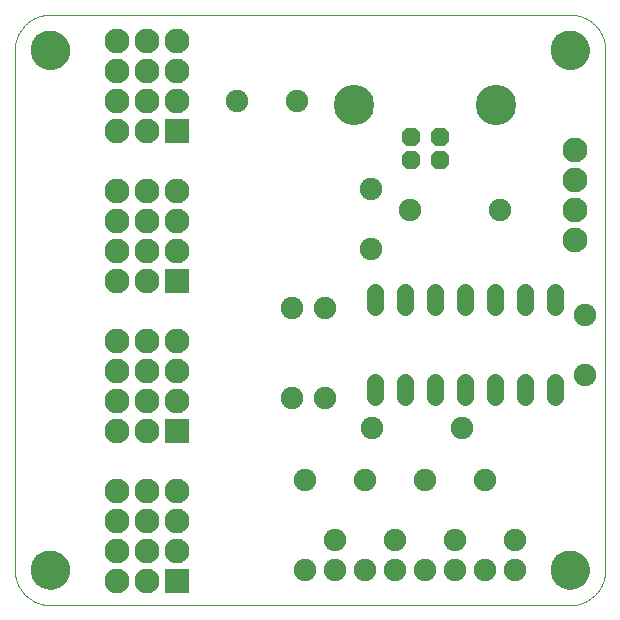
<source format=gbs>
G75*
%MOIN*%
%OFA0B0*%
%FSLAX25Y25*%
%IPPOS*%
%LPD*%
%AMOC8*
5,1,8,0,0,1.08239X$1,22.5*
%
%ADD10C,0.00000*%
%ADD11C,0.12998*%
%ADD12C,0.07487*%
%ADD13C,0.05600*%
%ADD14OC8,0.06140*%
%ADD15C,0.13455*%
%ADD16C,0.08274*%
%ADD17R,0.08274X0.08274*%
D10*
X0004740Y0016551D02*
X0004740Y0189780D01*
X0010252Y0189780D02*
X0010254Y0189938D01*
X0010260Y0190096D01*
X0010270Y0190254D01*
X0010284Y0190412D01*
X0010302Y0190569D01*
X0010323Y0190726D01*
X0010349Y0190882D01*
X0010379Y0191038D01*
X0010412Y0191193D01*
X0010450Y0191346D01*
X0010491Y0191499D01*
X0010536Y0191651D01*
X0010585Y0191802D01*
X0010638Y0191951D01*
X0010694Y0192099D01*
X0010754Y0192245D01*
X0010818Y0192390D01*
X0010886Y0192533D01*
X0010957Y0192675D01*
X0011031Y0192815D01*
X0011109Y0192952D01*
X0011191Y0193088D01*
X0011275Y0193222D01*
X0011364Y0193353D01*
X0011455Y0193482D01*
X0011550Y0193609D01*
X0011647Y0193734D01*
X0011748Y0193856D01*
X0011852Y0193975D01*
X0011959Y0194092D01*
X0012069Y0194206D01*
X0012182Y0194317D01*
X0012297Y0194426D01*
X0012415Y0194531D01*
X0012536Y0194633D01*
X0012659Y0194733D01*
X0012785Y0194829D01*
X0012913Y0194922D01*
X0013043Y0195012D01*
X0013176Y0195098D01*
X0013311Y0195182D01*
X0013447Y0195261D01*
X0013586Y0195338D01*
X0013727Y0195410D01*
X0013869Y0195480D01*
X0014013Y0195545D01*
X0014159Y0195607D01*
X0014306Y0195665D01*
X0014455Y0195720D01*
X0014605Y0195771D01*
X0014756Y0195818D01*
X0014908Y0195861D01*
X0015061Y0195900D01*
X0015216Y0195936D01*
X0015371Y0195967D01*
X0015527Y0195995D01*
X0015683Y0196019D01*
X0015840Y0196039D01*
X0015998Y0196055D01*
X0016155Y0196067D01*
X0016314Y0196075D01*
X0016472Y0196079D01*
X0016630Y0196079D01*
X0016788Y0196075D01*
X0016947Y0196067D01*
X0017104Y0196055D01*
X0017262Y0196039D01*
X0017419Y0196019D01*
X0017575Y0195995D01*
X0017731Y0195967D01*
X0017886Y0195936D01*
X0018041Y0195900D01*
X0018194Y0195861D01*
X0018346Y0195818D01*
X0018497Y0195771D01*
X0018647Y0195720D01*
X0018796Y0195665D01*
X0018943Y0195607D01*
X0019089Y0195545D01*
X0019233Y0195480D01*
X0019375Y0195410D01*
X0019516Y0195338D01*
X0019655Y0195261D01*
X0019791Y0195182D01*
X0019926Y0195098D01*
X0020059Y0195012D01*
X0020189Y0194922D01*
X0020317Y0194829D01*
X0020443Y0194733D01*
X0020566Y0194633D01*
X0020687Y0194531D01*
X0020805Y0194426D01*
X0020920Y0194317D01*
X0021033Y0194206D01*
X0021143Y0194092D01*
X0021250Y0193975D01*
X0021354Y0193856D01*
X0021455Y0193734D01*
X0021552Y0193609D01*
X0021647Y0193482D01*
X0021738Y0193353D01*
X0021827Y0193222D01*
X0021911Y0193088D01*
X0021993Y0192952D01*
X0022071Y0192815D01*
X0022145Y0192675D01*
X0022216Y0192533D01*
X0022284Y0192390D01*
X0022348Y0192245D01*
X0022408Y0192099D01*
X0022464Y0191951D01*
X0022517Y0191802D01*
X0022566Y0191651D01*
X0022611Y0191499D01*
X0022652Y0191346D01*
X0022690Y0191193D01*
X0022723Y0191038D01*
X0022753Y0190882D01*
X0022779Y0190726D01*
X0022800Y0190569D01*
X0022818Y0190412D01*
X0022832Y0190254D01*
X0022842Y0190096D01*
X0022848Y0189938D01*
X0022850Y0189780D01*
X0022848Y0189622D01*
X0022842Y0189464D01*
X0022832Y0189306D01*
X0022818Y0189148D01*
X0022800Y0188991D01*
X0022779Y0188834D01*
X0022753Y0188678D01*
X0022723Y0188522D01*
X0022690Y0188367D01*
X0022652Y0188214D01*
X0022611Y0188061D01*
X0022566Y0187909D01*
X0022517Y0187758D01*
X0022464Y0187609D01*
X0022408Y0187461D01*
X0022348Y0187315D01*
X0022284Y0187170D01*
X0022216Y0187027D01*
X0022145Y0186885D01*
X0022071Y0186745D01*
X0021993Y0186608D01*
X0021911Y0186472D01*
X0021827Y0186338D01*
X0021738Y0186207D01*
X0021647Y0186078D01*
X0021552Y0185951D01*
X0021455Y0185826D01*
X0021354Y0185704D01*
X0021250Y0185585D01*
X0021143Y0185468D01*
X0021033Y0185354D01*
X0020920Y0185243D01*
X0020805Y0185134D01*
X0020687Y0185029D01*
X0020566Y0184927D01*
X0020443Y0184827D01*
X0020317Y0184731D01*
X0020189Y0184638D01*
X0020059Y0184548D01*
X0019926Y0184462D01*
X0019791Y0184378D01*
X0019655Y0184299D01*
X0019516Y0184222D01*
X0019375Y0184150D01*
X0019233Y0184080D01*
X0019089Y0184015D01*
X0018943Y0183953D01*
X0018796Y0183895D01*
X0018647Y0183840D01*
X0018497Y0183789D01*
X0018346Y0183742D01*
X0018194Y0183699D01*
X0018041Y0183660D01*
X0017886Y0183624D01*
X0017731Y0183593D01*
X0017575Y0183565D01*
X0017419Y0183541D01*
X0017262Y0183521D01*
X0017104Y0183505D01*
X0016947Y0183493D01*
X0016788Y0183485D01*
X0016630Y0183481D01*
X0016472Y0183481D01*
X0016314Y0183485D01*
X0016155Y0183493D01*
X0015998Y0183505D01*
X0015840Y0183521D01*
X0015683Y0183541D01*
X0015527Y0183565D01*
X0015371Y0183593D01*
X0015216Y0183624D01*
X0015061Y0183660D01*
X0014908Y0183699D01*
X0014756Y0183742D01*
X0014605Y0183789D01*
X0014455Y0183840D01*
X0014306Y0183895D01*
X0014159Y0183953D01*
X0014013Y0184015D01*
X0013869Y0184080D01*
X0013727Y0184150D01*
X0013586Y0184222D01*
X0013447Y0184299D01*
X0013311Y0184378D01*
X0013176Y0184462D01*
X0013043Y0184548D01*
X0012913Y0184638D01*
X0012785Y0184731D01*
X0012659Y0184827D01*
X0012536Y0184927D01*
X0012415Y0185029D01*
X0012297Y0185134D01*
X0012182Y0185243D01*
X0012069Y0185354D01*
X0011959Y0185468D01*
X0011852Y0185585D01*
X0011748Y0185704D01*
X0011647Y0185826D01*
X0011550Y0185951D01*
X0011455Y0186078D01*
X0011364Y0186207D01*
X0011275Y0186338D01*
X0011191Y0186472D01*
X0011109Y0186608D01*
X0011031Y0186745D01*
X0010957Y0186885D01*
X0010886Y0187027D01*
X0010818Y0187170D01*
X0010754Y0187315D01*
X0010694Y0187461D01*
X0010638Y0187609D01*
X0010585Y0187758D01*
X0010536Y0187909D01*
X0010491Y0188061D01*
X0010450Y0188214D01*
X0010412Y0188367D01*
X0010379Y0188522D01*
X0010349Y0188678D01*
X0010323Y0188834D01*
X0010302Y0188991D01*
X0010284Y0189148D01*
X0010270Y0189306D01*
X0010260Y0189464D01*
X0010254Y0189622D01*
X0010252Y0189780D01*
X0004740Y0189780D02*
X0004743Y0190065D01*
X0004754Y0190351D01*
X0004771Y0190636D01*
X0004795Y0190920D01*
X0004826Y0191204D01*
X0004864Y0191487D01*
X0004909Y0191768D01*
X0004960Y0192049D01*
X0005018Y0192329D01*
X0005083Y0192607D01*
X0005155Y0192883D01*
X0005233Y0193157D01*
X0005318Y0193430D01*
X0005410Y0193700D01*
X0005508Y0193968D01*
X0005612Y0194234D01*
X0005723Y0194497D01*
X0005840Y0194757D01*
X0005963Y0195015D01*
X0006093Y0195269D01*
X0006229Y0195520D01*
X0006370Y0195768D01*
X0006518Y0196012D01*
X0006671Y0196253D01*
X0006831Y0196489D01*
X0006996Y0196722D01*
X0007166Y0196951D01*
X0007342Y0197176D01*
X0007524Y0197396D01*
X0007710Y0197612D01*
X0007902Y0197823D01*
X0008099Y0198030D01*
X0008301Y0198232D01*
X0008508Y0198429D01*
X0008719Y0198621D01*
X0008935Y0198807D01*
X0009155Y0198989D01*
X0009380Y0199165D01*
X0009609Y0199335D01*
X0009842Y0199500D01*
X0010078Y0199660D01*
X0010319Y0199813D01*
X0010563Y0199961D01*
X0010811Y0200102D01*
X0011062Y0200238D01*
X0011316Y0200368D01*
X0011574Y0200491D01*
X0011834Y0200608D01*
X0012097Y0200719D01*
X0012363Y0200823D01*
X0012631Y0200921D01*
X0012901Y0201013D01*
X0013174Y0201098D01*
X0013448Y0201176D01*
X0013724Y0201248D01*
X0014002Y0201313D01*
X0014282Y0201371D01*
X0014563Y0201422D01*
X0014844Y0201467D01*
X0015127Y0201505D01*
X0015411Y0201536D01*
X0015695Y0201560D01*
X0015980Y0201577D01*
X0016266Y0201588D01*
X0016551Y0201591D01*
X0189780Y0201591D01*
X0183481Y0189780D02*
X0183483Y0189938D01*
X0183489Y0190096D01*
X0183499Y0190254D01*
X0183513Y0190412D01*
X0183531Y0190569D01*
X0183552Y0190726D01*
X0183578Y0190882D01*
X0183608Y0191038D01*
X0183641Y0191193D01*
X0183679Y0191346D01*
X0183720Y0191499D01*
X0183765Y0191651D01*
X0183814Y0191802D01*
X0183867Y0191951D01*
X0183923Y0192099D01*
X0183983Y0192245D01*
X0184047Y0192390D01*
X0184115Y0192533D01*
X0184186Y0192675D01*
X0184260Y0192815D01*
X0184338Y0192952D01*
X0184420Y0193088D01*
X0184504Y0193222D01*
X0184593Y0193353D01*
X0184684Y0193482D01*
X0184779Y0193609D01*
X0184876Y0193734D01*
X0184977Y0193856D01*
X0185081Y0193975D01*
X0185188Y0194092D01*
X0185298Y0194206D01*
X0185411Y0194317D01*
X0185526Y0194426D01*
X0185644Y0194531D01*
X0185765Y0194633D01*
X0185888Y0194733D01*
X0186014Y0194829D01*
X0186142Y0194922D01*
X0186272Y0195012D01*
X0186405Y0195098D01*
X0186540Y0195182D01*
X0186676Y0195261D01*
X0186815Y0195338D01*
X0186956Y0195410D01*
X0187098Y0195480D01*
X0187242Y0195545D01*
X0187388Y0195607D01*
X0187535Y0195665D01*
X0187684Y0195720D01*
X0187834Y0195771D01*
X0187985Y0195818D01*
X0188137Y0195861D01*
X0188290Y0195900D01*
X0188445Y0195936D01*
X0188600Y0195967D01*
X0188756Y0195995D01*
X0188912Y0196019D01*
X0189069Y0196039D01*
X0189227Y0196055D01*
X0189384Y0196067D01*
X0189543Y0196075D01*
X0189701Y0196079D01*
X0189859Y0196079D01*
X0190017Y0196075D01*
X0190176Y0196067D01*
X0190333Y0196055D01*
X0190491Y0196039D01*
X0190648Y0196019D01*
X0190804Y0195995D01*
X0190960Y0195967D01*
X0191115Y0195936D01*
X0191270Y0195900D01*
X0191423Y0195861D01*
X0191575Y0195818D01*
X0191726Y0195771D01*
X0191876Y0195720D01*
X0192025Y0195665D01*
X0192172Y0195607D01*
X0192318Y0195545D01*
X0192462Y0195480D01*
X0192604Y0195410D01*
X0192745Y0195338D01*
X0192884Y0195261D01*
X0193020Y0195182D01*
X0193155Y0195098D01*
X0193288Y0195012D01*
X0193418Y0194922D01*
X0193546Y0194829D01*
X0193672Y0194733D01*
X0193795Y0194633D01*
X0193916Y0194531D01*
X0194034Y0194426D01*
X0194149Y0194317D01*
X0194262Y0194206D01*
X0194372Y0194092D01*
X0194479Y0193975D01*
X0194583Y0193856D01*
X0194684Y0193734D01*
X0194781Y0193609D01*
X0194876Y0193482D01*
X0194967Y0193353D01*
X0195056Y0193222D01*
X0195140Y0193088D01*
X0195222Y0192952D01*
X0195300Y0192815D01*
X0195374Y0192675D01*
X0195445Y0192533D01*
X0195513Y0192390D01*
X0195577Y0192245D01*
X0195637Y0192099D01*
X0195693Y0191951D01*
X0195746Y0191802D01*
X0195795Y0191651D01*
X0195840Y0191499D01*
X0195881Y0191346D01*
X0195919Y0191193D01*
X0195952Y0191038D01*
X0195982Y0190882D01*
X0196008Y0190726D01*
X0196029Y0190569D01*
X0196047Y0190412D01*
X0196061Y0190254D01*
X0196071Y0190096D01*
X0196077Y0189938D01*
X0196079Y0189780D01*
X0196077Y0189622D01*
X0196071Y0189464D01*
X0196061Y0189306D01*
X0196047Y0189148D01*
X0196029Y0188991D01*
X0196008Y0188834D01*
X0195982Y0188678D01*
X0195952Y0188522D01*
X0195919Y0188367D01*
X0195881Y0188214D01*
X0195840Y0188061D01*
X0195795Y0187909D01*
X0195746Y0187758D01*
X0195693Y0187609D01*
X0195637Y0187461D01*
X0195577Y0187315D01*
X0195513Y0187170D01*
X0195445Y0187027D01*
X0195374Y0186885D01*
X0195300Y0186745D01*
X0195222Y0186608D01*
X0195140Y0186472D01*
X0195056Y0186338D01*
X0194967Y0186207D01*
X0194876Y0186078D01*
X0194781Y0185951D01*
X0194684Y0185826D01*
X0194583Y0185704D01*
X0194479Y0185585D01*
X0194372Y0185468D01*
X0194262Y0185354D01*
X0194149Y0185243D01*
X0194034Y0185134D01*
X0193916Y0185029D01*
X0193795Y0184927D01*
X0193672Y0184827D01*
X0193546Y0184731D01*
X0193418Y0184638D01*
X0193288Y0184548D01*
X0193155Y0184462D01*
X0193020Y0184378D01*
X0192884Y0184299D01*
X0192745Y0184222D01*
X0192604Y0184150D01*
X0192462Y0184080D01*
X0192318Y0184015D01*
X0192172Y0183953D01*
X0192025Y0183895D01*
X0191876Y0183840D01*
X0191726Y0183789D01*
X0191575Y0183742D01*
X0191423Y0183699D01*
X0191270Y0183660D01*
X0191115Y0183624D01*
X0190960Y0183593D01*
X0190804Y0183565D01*
X0190648Y0183541D01*
X0190491Y0183521D01*
X0190333Y0183505D01*
X0190176Y0183493D01*
X0190017Y0183485D01*
X0189859Y0183481D01*
X0189701Y0183481D01*
X0189543Y0183485D01*
X0189384Y0183493D01*
X0189227Y0183505D01*
X0189069Y0183521D01*
X0188912Y0183541D01*
X0188756Y0183565D01*
X0188600Y0183593D01*
X0188445Y0183624D01*
X0188290Y0183660D01*
X0188137Y0183699D01*
X0187985Y0183742D01*
X0187834Y0183789D01*
X0187684Y0183840D01*
X0187535Y0183895D01*
X0187388Y0183953D01*
X0187242Y0184015D01*
X0187098Y0184080D01*
X0186956Y0184150D01*
X0186815Y0184222D01*
X0186676Y0184299D01*
X0186540Y0184378D01*
X0186405Y0184462D01*
X0186272Y0184548D01*
X0186142Y0184638D01*
X0186014Y0184731D01*
X0185888Y0184827D01*
X0185765Y0184927D01*
X0185644Y0185029D01*
X0185526Y0185134D01*
X0185411Y0185243D01*
X0185298Y0185354D01*
X0185188Y0185468D01*
X0185081Y0185585D01*
X0184977Y0185704D01*
X0184876Y0185826D01*
X0184779Y0185951D01*
X0184684Y0186078D01*
X0184593Y0186207D01*
X0184504Y0186338D01*
X0184420Y0186472D01*
X0184338Y0186608D01*
X0184260Y0186745D01*
X0184186Y0186885D01*
X0184115Y0187027D01*
X0184047Y0187170D01*
X0183983Y0187315D01*
X0183923Y0187461D01*
X0183867Y0187609D01*
X0183814Y0187758D01*
X0183765Y0187909D01*
X0183720Y0188061D01*
X0183679Y0188214D01*
X0183641Y0188367D01*
X0183608Y0188522D01*
X0183578Y0188678D01*
X0183552Y0188834D01*
X0183531Y0188991D01*
X0183513Y0189148D01*
X0183499Y0189306D01*
X0183489Y0189464D01*
X0183483Y0189622D01*
X0183481Y0189780D01*
X0189780Y0201591D02*
X0190065Y0201588D01*
X0190351Y0201577D01*
X0190636Y0201560D01*
X0190920Y0201536D01*
X0191204Y0201505D01*
X0191487Y0201467D01*
X0191768Y0201422D01*
X0192049Y0201371D01*
X0192329Y0201313D01*
X0192607Y0201248D01*
X0192883Y0201176D01*
X0193157Y0201098D01*
X0193430Y0201013D01*
X0193700Y0200921D01*
X0193968Y0200823D01*
X0194234Y0200719D01*
X0194497Y0200608D01*
X0194757Y0200491D01*
X0195015Y0200368D01*
X0195269Y0200238D01*
X0195520Y0200102D01*
X0195768Y0199961D01*
X0196012Y0199813D01*
X0196253Y0199660D01*
X0196489Y0199500D01*
X0196722Y0199335D01*
X0196951Y0199165D01*
X0197176Y0198989D01*
X0197396Y0198807D01*
X0197612Y0198621D01*
X0197823Y0198429D01*
X0198030Y0198232D01*
X0198232Y0198030D01*
X0198429Y0197823D01*
X0198621Y0197612D01*
X0198807Y0197396D01*
X0198989Y0197176D01*
X0199165Y0196951D01*
X0199335Y0196722D01*
X0199500Y0196489D01*
X0199660Y0196253D01*
X0199813Y0196012D01*
X0199961Y0195768D01*
X0200102Y0195520D01*
X0200238Y0195269D01*
X0200368Y0195015D01*
X0200491Y0194757D01*
X0200608Y0194497D01*
X0200719Y0194234D01*
X0200823Y0193968D01*
X0200921Y0193700D01*
X0201013Y0193430D01*
X0201098Y0193157D01*
X0201176Y0192883D01*
X0201248Y0192607D01*
X0201313Y0192329D01*
X0201371Y0192049D01*
X0201422Y0191768D01*
X0201467Y0191487D01*
X0201505Y0191204D01*
X0201536Y0190920D01*
X0201560Y0190636D01*
X0201577Y0190351D01*
X0201588Y0190065D01*
X0201591Y0189780D01*
X0201591Y0016551D01*
X0183481Y0016551D02*
X0183483Y0016709D01*
X0183489Y0016867D01*
X0183499Y0017025D01*
X0183513Y0017183D01*
X0183531Y0017340D01*
X0183552Y0017497D01*
X0183578Y0017653D01*
X0183608Y0017809D01*
X0183641Y0017964D01*
X0183679Y0018117D01*
X0183720Y0018270D01*
X0183765Y0018422D01*
X0183814Y0018573D01*
X0183867Y0018722D01*
X0183923Y0018870D01*
X0183983Y0019016D01*
X0184047Y0019161D01*
X0184115Y0019304D01*
X0184186Y0019446D01*
X0184260Y0019586D01*
X0184338Y0019723D01*
X0184420Y0019859D01*
X0184504Y0019993D01*
X0184593Y0020124D01*
X0184684Y0020253D01*
X0184779Y0020380D01*
X0184876Y0020505D01*
X0184977Y0020627D01*
X0185081Y0020746D01*
X0185188Y0020863D01*
X0185298Y0020977D01*
X0185411Y0021088D01*
X0185526Y0021197D01*
X0185644Y0021302D01*
X0185765Y0021404D01*
X0185888Y0021504D01*
X0186014Y0021600D01*
X0186142Y0021693D01*
X0186272Y0021783D01*
X0186405Y0021869D01*
X0186540Y0021953D01*
X0186676Y0022032D01*
X0186815Y0022109D01*
X0186956Y0022181D01*
X0187098Y0022251D01*
X0187242Y0022316D01*
X0187388Y0022378D01*
X0187535Y0022436D01*
X0187684Y0022491D01*
X0187834Y0022542D01*
X0187985Y0022589D01*
X0188137Y0022632D01*
X0188290Y0022671D01*
X0188445Y0022707D01*
X0188600Y0022738D01*
X0188756Y0022766D01*
X0188912Y0022790D01*
X0189069Y0022810D01*
X0189227Y0022826D01*
X0189384Y0022838D01*
X0189543Y0022846D01*
X0189701Y0022850D01*
X0189859Y0022850D01*
X0190017Y0022846D01*
X0190176Y0022838D01*
X0190333Y0022826D01*
X0190491Y0022810D01*
X0190648Y0022790D01*
X0190804Y0022766D01*
X0190960Y0022738D01*
X0191115Y0022707D01*
X0191270Y0022671D01*
X0191423Y0022632D01*
X0191575Y0022589D01*
X0191726Y0022542D01*
X0191876Y0022491D01*
X0192025Y0022436D01*
X0192172Y0022378D01*
X0192318Y0022316D01*
X0192462Y0022251D01*
X0192604Y0022181D01*
X0192745Y0022109D01*
X0192884Y0022032D01*
X0193020Y0021953D01*
X0193155Y0021869D01*
X0193288Y0021783D01*
X0193418Y0021693D01*
X0193546Y0021600D01*
X0193672Y0021504D01*
X0193795Y0021404D01*
X0193916Y0021302D01*
X0194034Y0021197D01*
X0194149Y0021088D01*
X0194262Y0020977D01*
X0194372Y0020863D01*
X0194479Y0020746D01*
X0194583Y0020627D01*
X0194684Y0020505D01*
X0194781Y0020380D01*
X0194876Y0020253D01*
X0194967Y0020124D01*
X0195056Y0019993D01*
X0195140Y0019859D01*
X0195222Y0019723D01*
X0195300Y0019586D01*
X0195374Y0019446D01*
X0195445Y0019304D01*
X0195513Y0019161D01*
X0195577Y0019016D01*
X0195637Y0018870D01*
X0195693Y0018722D01*
X0195746Y0018573D01*
X0195795Y0018422D01*
X0195840Y0018270D01*
X0195881Y0018117D01*
X0195919Y0017964D01*
X0195952Y0017809D01*
X0195982Y0017653D01*
X0196008Y0017497D01*
X0196029Y0017340D01*
X0196047Y0017183D01*
X0196061Y0017025D01*
X0196071Y0016867D01*
X0196077Y0016709D01*
X0196079Y0016551D01*
X0196077Y0016393D01*
X0196071Y0016235D01*
X0196061Y0016077D01*
X0196047Y0015919D01*
X0196029Y0015762D01*
X0196008Y0015605D01*
X0195982Y0015449D01*
X0195952Y0015293D01*
X0195919Y0015138D01*
X0195881Y0014985D01*
X0195840Y0014832D01*
X0195795Y0014680D01*
X0195746Y0014529D01*
X0195693Y0014380D01*
X0195637Y0014232D01*
X0195577Y0014086D01*
X0195513Y0013941D01*
X0195445Y0013798D01*
X0195374Y0013656D01*
X0195300Y0013516D01*
X0195222Y0013379D01*
X0195140Y0013243D01*
X0195056Y0013109D01*
X0194967Y0012978D01*
X0194876Y0012849D01*
X0194781Y0012722D01*
X0194684Y0012597D01*
X0194583Y0012475D01*
X0194479Y0012356D01*
X0194372Y0012239D01*
X0194262Y0012125D01*
X0194149Y0012014D01*
X0194034Y0011905D01*
X0193916Y0011800D01*
X0193795Y0011698D01*
X0193672Y0011598D01*
X0193546Y0011502D01*
X0193418Y0011409D01*
X0193288Y0011319D01*
X0193155Y0011233D01*
X0193020Y0011149D01*
X0192884Y0011070D01*
X0192745Y0010993D01*
X0192604Y0010921D01*
X0192462Y0010851D01*
X0192318Y0010786D01*
X0192172Y0010724D01*
X0192025Y0010666D01*
X0191876Y0010611D01*
X0191726Y0010560D01*
X0191575Y0010513D01*
X0191423Y0010470D01*
X0191270Y0010431D01*
X0191115Y0010395D01*
X0190960Y0010364D01*
X0190804Y0010336D01*
X0190648Y0010312D01*
X0190491Y0010292D01*
X0190333Y0010276D01*
X0190176Y0010264D01*
X0190017Y0010256D01*
X0189859Y0010252D01*
X0189701Y0010252D01*
X0189543Y0010256D01*
X0189384Y0010264D01*
X0189227Y0010276D01*
X0189069Y0010292D01*
X0188912Y0010312D01*
X0188756Y0010336D01*
X0188600Y0010364D01*
X0188445Y0010395D01*
X0188290Y0010431D01*
X0188137Y0010470D01*
X0187985Y0010513D01*
X0187834Y0010560D01*
X0187684Y0010611D01*
X0187535Y0010666D01*
X0187388Y0010724D01*
X0187242Y0010786D01*
X0187098Y0010851D01*
X0186956Y0010921D01*
X0186815Y0010993D01*
X0186676Y0011070D01*
X0186540Y0011149D01*
X0186405Y0011233D01*
X0186272Y0011319D01*
X0186142Y0011409D01*
X0186014Y0011502D01*
X0185888Y0011598D01*
X0185765Y0011698D01*
X0185644Y0011800D01*
X0185526Y0011905D01*
X0185411Y0012014D01*
X0185298Y0012125D01*
X0185188Y0012239D01*
X0185081Y0012356D01*
X0184977Y0012475D01*
X0184876Y0012597D01*
X0184779Y0012722D01*
X0184684Y0012849D01*
X0184593Y0012978D01*
X0184504Y0013109D01*
X0184420Y0013243D01*
X0184338Y0013379D01*
X0184260Y0013516D01*
X0184186Y0013656D01*
X0184115Y0013798D01*
X0184047Y0013941D01*
X0183983Y0014086D01*
X0183923Y0014232D01*
X0183867Y0014380D01*
X0183814Y0014529D01*
X0183765Y0014680D01*
X0183720Y0014832D01*
X0183679Y0014985D01*
X0183641Y0015138D01*
X0183608Y0015293D01*
X0183578Y0015449D01*
X0183552Y0015605D01*
X0183531Y0015762D01*
X0183513Y0015919D01*
X0183499Y0016077D01*
X0183489Y0016235D01*
X0183483Y0016393D01*
X0183481Y0016551D01*
X0189780Y0004740D02*
X0190065Y0004743D01*
X0190351Y0004754D01*
X0190636Y0004771D01*
X0190920Y0004795D01*
X0191204Y0004826D01*
X0191487Y0004864D01*
X0191768Y0004909D01*
X0192049Y0004960D01*
X0192329Y0005018D01*
X0192607Y0005083D01*
X0192883Y0005155D01*
X0193157Y0005233D01*
X0193430Y0005318D01*
X0193700Y0005410D01*
X0193968Y0005508D01*
X0194234Y0005612D01*
X0194497Y0005723D01*
X0194757Y0005840D01*
X0195015Y0005963D01*
X0195269Y0006093D01*
X0195520Y0006229D01*
X0195768Y0006370D01*
X0196012Y0006518D01*
X0196253Y0006671D01*
X0196489Y0006831D01*
X0196722Y0006996D01*
X0196951Y0007166D01*
X0197176Y0007342D01*
X0197396Y0007524D01*
X0197612Y0007710D01*
X0197823Y0007902D01*
X0198030Y0008099D01*
X0198232Y0008301D01*
X0198429Y0008508D01*
X0198621Y0008719D01*
X0198807Y0008935D01*
X0198989Y0009155D01*
X0199165Y0009380D01*
X0199335Y0009609D01*
X0199500Y0009842D01*
X0199660Y0010078D01*
X0199813Y0010319D01*
X0199961Y0010563D01*
X0200102Y0010811D01*
X0200238Y0011062D01*
X0200368Y0011316D01*
X0200491Y0011574D01*
X0200608Y0011834D01*
X0200719Y0012097D01*
X0200823Y0012363D01*
X0200921Y0012631D01*
X0201013Y0012901D01*
X0201098Y0013174D01*
X0201176Y0013448D01*
X0201248Y0013724D01*
X0201313Y0014002D01*
X0201371Y0014282D01*
X0201422Y0014563D01*
X0201467Y0014844D01*
X0201505Y0015127D01*
X0201536Y0015411D01*
X0201560Y0015695D01*
X0201577Y0015980D01*
X0201588Y0016266D01*
X0201591Y0016551D01*
X0189780Y0004740D02*
X0016551Y0004740D01*
X0010252Y0016551D02*
X0010254Y0016709D01*
X0010260Y0016867D01*
X0010270Y0017025D01*
X0010284Y0017183D01*
X0010302Y0017340D01*
X0010323Y0017497D01*
X0010349Y0017653D01*
X0010379Y0017809D01*
X0010412Y0017964D01*
X0010450Y0018117D01*
X0010491Y0018270D01*
X0010536Y0018422D01*
X0010585Y0018573D01*
X0010638Y0018722D01*
X0010694Y0018870D01*
X0010754Y0019016D01*
X0010818Y0019161D01*
X0010886Y0019304D01*
X0010957Y0019446D01*
X0011031Y0019586D01*
X0011109Y0019723D01*
X0011191Y0019859D01*
X0011275Y0019993D01*
X0011364Y0020124D01*
X0011455Y0020253D01*
X0011550Y0020380D01*
X0011647Y0020505D01*
X0011748Y0020627D01*
X0011852Y0020746D01*
X0011959Y0020863D01*
X0012069Y0020977D01*
X0012182Y0021088D01*
X0012297Y0021197D01*
X0012415Y0021302D01*
X0012536Y0021404D01*
X0012659Y0021504D01*
X0012785Y0021600D01*
X0012913Y0021693D01*
X0013043Y0021783D01*
X0013176Y0021869D01*
X0013311Y0021953D01*
X0013447Y0022032D01*
X0013586Y0022109D01*
X0013727Y0022181D01*
X0013869Y0022251D01*
X0014013Y0022316D01*
X0014159Y0022378D01*
X0014306Y0022436D01*
X0014455Y0022491D01*
X0014605Y0022542D01*
X0014756Y0022589D01*
X0014908Y0022632D01*
X0015061Y0022671D01*
X0015216Y0022707D01*
X0015371Y0022738D01*
X0015527Y0022766D01*
X0015683Y0022790D01*
X0015840Y0022810D01*
X0015998Y0022826D01*
X0016155Y0022838D01*
X0016314Y0022846D01*
X0016472Y0022850D01*
X0016630Y0022850D01*
X0016788Y0022846D01*
X0016947Y0022838D01*
X0017104Y0022826D01*
X0017262Y0022810D01*
X0017419Y0022790D01*
X0017575Y0022766D01*
X0017731Y0022738D01*
X0017886Y0022707D01*
X0018041Y0022671D01*
X0018194Y0022632D01*
X0018346Y0022589D01*
X0018497Y0022542D01*
X0018647Y0022491D01*
X0018796Y0022436D01*
X0018943Y0022378D01*
X0019089Y0022316D01*
X0019233Y0022251D01*
X0019375Y0022181D01*
X0019516Y0022109D01*
X0019655Y0022032D01*
X0019791Y0021953D01*
X0019926Y0021869D01*
X0020059Y0021783D01*
X0020189Y0021693D01*
X0020317Y0021600D01*
X0020443Y0021504D01*
X0020566Y0021404D01*
X0020687Y0021302D01*
X0020805Y0021197D01*
X0020920Y0021088D01*
X0021033Y0020977D01*
X0021143Y0020863D01*
X0021250Y0020746D01*
X0021354Y0020627D01*
X0021455Y0020505D01*
X0021552Y0020380D01*
X0021647Y0020253D01*
X0021738Y0020124D01*
X0021827Y0019993D01*
X0021911Y0019859D01*
X0021993Y0019723D01*
X0022071Y0019586D01*
X0022145Y0019446D01*
X0022216Y0019304D01*
X0022284Y0019161D01*
X0022348Y0019016D01*
X0022408Y0018870D01*
X0022464Y0018722D01*
X0022517Y0018573D01*
X0022566Y0018422D01*
X0022611Y0018270D01*
X0022652Y0018117D01*
X0022690Y0017964D01*
X0022723Y0017809D01*
X0022753Y0017653D01*
X0022779Y0017497D01*
X0022800Y0017340D01*
X0022818Y0017183D01*
X0022832Y0017025D01*
X0022842Y0016867D01*
X0022848Y0016709D01*
X0022850Y0016551D01*
X0022848Y0016393D01*
X0022842Y0016235D01*
X0022832Y0016077D01*
X0022818Y0015919D01*
X0022800Y0015762D01*
X0022779Y0015605D01*
X0022753Y0015449D01*
X0022723Y0015293D01*
X0022690Y0015138D01*
X0022652Y0014985D01*
X0022611Y0014832D01*
X0022566Y0014680D01*
X0022517Y0014529D01*
X0022464Y0014380D01*
X0022408Y0014232D01*
X0022348Y0014086D01*
X0022284Y0013941D01*
X0022216Y0013798D01*
X0022145Y0013656D01*
X0022071Y0013516D01*
X0021993Y0013379D01*
X0021911Y0013243D01*
X0021827Y0013109D01*
X0021738Y0012978D01*
X0021647Y0012849D01*
X0021552Y0012722D01*
X0021455Y0012597D01*
X0021354Y0012475D01*
X0021250Y0012356D01*
X0021143Y0012239D01*
X0021033Y0012125D01*
X0020920Y0012014D01*
X0020805Y0011905D01*
X0020687Y0011800D01*
X0020566Y0011698D01*
X0020443Y0011598D01*
X0020317Y0011502D01*
X0020189Y0011409D01*
X0020059Y0011319D01*
X0019926Y0011233D01*
X0019791Y0011149D01*
X0019655Y0011070D01*
X0019516Y0010993D01*
X0019375Y0010921D01*
X0019233Y0010851D01*
X0019089Y0010786D01*
X0018943Y0010724D01*
X0018796Y0010666D01*
X0018647Y0010611D01*
X0018497Y0010560D01*
X0018346Y0010513D01*
X0018194Y0010470D01*
X0018041Y0010431D01*
X0017886Y0010395D01*
X0017731Y0010364D01*
X0017575Y0010336D01*
X0017419Y0010312D01*
X0017262Y0010292D01*
X0017104Y0010276D01*
X0016947Y0010264D01*
X0016788Y0010256D01*
X0016630Y0010252D01*
X0016472Y0010252D01*
X0016314Y0010256D01*
X0016155Y0010264D01*
X0015998Y0010276D01*
X0015840Y0010292D01*
X0015683Y0010312D01*
X0015527Y0010336D01*
X0015371Y0010364D01*
X0015216Y0010395D01*
X0015061Y0010431D01*
X0014908Y0010470D01*
X0014756Y0010513D01*
X0014605Y0010560D01*
X0014455Y0010611D01*
X0014306Y0010666D01*
X0014159Y0010724D01*
X0014013Y0010786D01*
X0013869Y0010851D01*
X0013727Y0010921D01*
X0013586Y0010993D01*
X0013447Y0011070D01*
X0013311Y0011149D01*
X0013176Y0011233D01*
X0013043Y0011319D01*
X0012913Y0011409D01*
X0012785Y0011502D01*
X0012659Y0011598D01*
X0012536Y0011698D01*
X0012415Y0011800D01*
X0012297Y0011905D01*
X0012182Y0012014D01*
X0012069Y0012125D01*
X0011959Y0012239D01*
X0011852Y0012356D01*
X0011748Y0012475D01*
X0011647Y0012597D01*
X0011550Y0012722D01*
X0011455Y0012849D01*
X0011364Y0012978D01*
X0011275Y0013109D01*
X0011191Y0013243D01*
X0011109Y0013379D01*
X0011031Y0013516D01*
X0010957Y0013656D01*
X0010886Y0013798D01*
X0010818Y0013941D01*
X0010754Y0014086D01*
X0010694Y0014232D01*
X0010638Y0014380D01*
X0010585Y0014529D01*
X0010536Y0014680D01*
X0010491Y0014832D01*
X0010450Y0014985D01*
X0010412Y0015138D01*
X0010379Y0015293D01*
X0010349Y0015449D01*
X0010323Y0015605D01*
X0010302Y0015762D01*
X0010284Y0015919D01*
X0010270Y0016077D01*
X0010260Y0016235D01*
X0010254Y0016393D01*
X0010252Y0016551D01*
X0004740Y0016551D02*
X0004743Y0016266D01*
X0004754Y0015980D01*
X0004771Y0015695D01*
X0004795Y0015411D01*
X0004826Y0015127D01*
X0004864Y0014844D01*
X0004909Y0014563D01*
X0004960Y0014282D01*
X0005018Y0014002D01*
X0005083Y0013724D01*
X0005155Y0013448D01*
X0005233Y0013174D01*
X0005318Y0012901D01*
X0005410Y0012631D01*
X0005508Y0012363D01*
X0005612Y0012097D01*
X0005723Y0011834D01*
X0005840Y0011574D01*
X0005963Y0011316D01*
X0006093Y0011062D01*
X0006229Y0010811D01*
X0006370Y0010563D01*
X0006518Y0010319D01*
X0006671Y0010078D01*
X0006831Y0009842D01*
X0006996Y0009609D01*
X0007166Y0009380D01*
X0007342Y0009155D01*
X0007524Y0008935D01*
X0007710Y0008719D01*
X0007902Y0008508D01*
X0008099Y0008301D01*
X0008301Y0008099D01*
X0008508Y0007902D01*
X0008719Y0007710D01*
X0008935Y0007524D01*
X0009155Y0007342D01*
X0009380Y0007166D01*
X0009609Y0006996D01*
X0009842Y0006831D01*
X0010078Y0006671D01*
X0010319Y0006518D01*
X0010563Y0006370D01*
X0010811Y0006229D01*
X0011062Y0006093D01*
X0011316Y0005963D01*
X0011574Y0005840D01*
X0011834Y0005723D01*
X0012097Y0005612D01*
X0012363Y0005508D01*
X0012631Y0005410D01*
X0012901Y0005318D01*
X0013174Y0005233D01*
X0013448Y0005155D01*
X0013724Y0005083D01*
X0014002Y0005018D01*
X0014282Y0004960D01*
X0014563Y0004909D01*
X0014844Y0004864D01*
X0015127Y0004826D01*
X0015411Y0004795D01*
X0015695Y0004771D01*
X0015980Y0004754D01*
X0016266Y0004743D01*
X0016551Y0004740D01*
D11*
X0016551Y0016551D03*
X0016551Y0189780D03*
X0189780Y0189780D03*
X0189780Y0016551D03*
D12*
X0171591Y0016591D03*
X0171591Y0026591D03*
X0161591Y0016591D03*
X0151591Y0016591D03*
X0141591Y0016591D03*
X0131591Y0016591D03*
X0131591Y0026591D03*
X0121591Y0016591D03*
X0111591Y0016591D03*
X0111591Y0026591D03*
X0101591Y0016591D03*
X0101591Y0046591D03*
X0121591Y0046591D03*
X0123953Y0063953D03*
X0108028Y0073953D03*
X0097240Y0073953D03*
X0097240Y0103953D03*
X0108028Y0103953D03*
X0123591Y0123591D03*
X0136591Y0136591D03*
X0123591Y0143591D03*
X0098740Y0172740D03*
X0078740Y0172740D03*
X0166591Y0136591D03*
X0194740Y0101591D03*
X0194740Y0081591D03*
X0161591Y0046591D03*
X0153953Y0063953D03*
X0141591Y0046591D03*
X0151591Y0026591D03*
D13*
X0154740Y0073991D02*
X0154740Y0079191D01*
X0144740Y0079191D02*
X0144740Y0073991D01*
X0134740Y0073991D02*
X0134740Y0079191D01*
X0124740Y0079191D02*
X0124740Y0073991D01*
X0124740Y0103991D02*
X0124740Y0109191D01*
X0134740Y0109191D02*
X0134740Y0103991D01*
X0144740Y0103991D02*
X0144740Y0109191D01*
X0154740Y0109191D02*
X0154740Y0103991D01*
X0164740Y0103991D02*
X0164740Y0109191D01*
X0174740Y0109191D02*
X0174740Y0103991D01*
X0184740Y0103991D02*
X0184740Y0109191D01*
X0184740Y0079191D02*
X0184740Y0073991D01*
X0174740Y0073991D02*
X0174740Y0079191D01*
X0164740Y0079191D02*
X0164740Y0073991D01*
D14*
X0146512Y0153047D03*
X0146512Y0160921D03*
X0136669Y0160921D03*
X0136669Y0153047D03*
D15*
X0117890Y0171591D03*
X0165291Y0171591D03*
D16*
X0191591Y0156591D03*
X0191591Y0146591D03*
X0191591Y0136591D03*
X0191591Y0126591D03*
X0058740Y0122740D03*
X0048740Y0122740D03*
X0048740Y0112740D03*
X0038740Y0112740D03*
X0038740Y0122740D03*
X0038740Y0132740D03*
X0038740Y0142740D03*
X0048740Y0142740D03*
X0048740Y0132740D03*
X0058740Y0132740D03*
X0058740Y0142740D03*
X0048740Y0162740D03*
X0038740Y0162740D03*
X0038740Y0172740D03*
X0038740Y0182740D03*
X0038740Y0192740D03*
X0048740Y0192740D03*
X0048740Y0182740D03*
X0048740Y0172740D03*
X0058740Y0172740D03*
X0058740Y0182740D03*
X0058740Y0192740D03*
X0058740Y0092740D03*
X0058740Y0082740D03*
X0058740Y0072740D03*
X0048740Y0072740D03*
X0048740Y0082740D03*
X0038740Y0082740D03*
X0038740Y0072740D03*
X0038740Y0062740D03*
X0048740Y0062740D03*
X0048740Y0042740D03*
X0048740Y0032740D03*
X0048740Y0022740D03*
X0048740Y0012740D03*
X0038740Y0012740D03*
X0038740Y0022740D03*
X0038740Y0032740D03*
X0038740Y0042740D03*
X0058740Y0042740D03*
X0058740Y0032740D03*
X0058740Y0022740D03*
X0048740Y0092740D03*
X0038740Y0092740D03*
D17*
X0058740Y0112740D03*
X0058740Y0062740D03*
X0058740Y0012740D03*
X0058740Y0162740D03*
M02*

</source>
